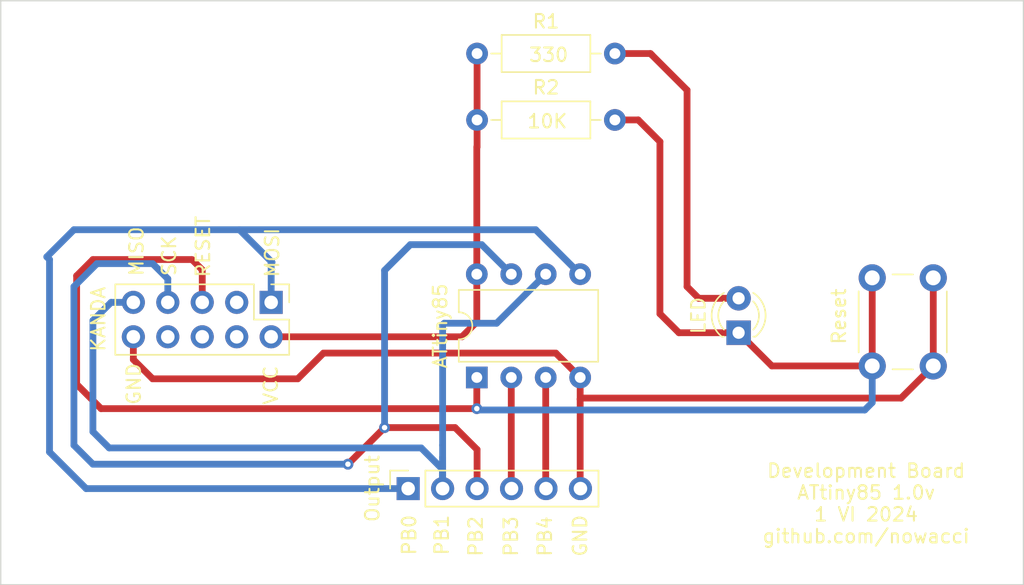
<source format=kicad_pcb>
(kicad_pcb (version 20221018) (generator pcbnew)
  (layers (0 "F.Cu" signal) (31 "B.Cu" signal) (34 "B.Paste" user) (35 "F.Paste" user) (36 "B.SilkS" user "B.Silkscreen") (37 "F.SilkS" user "F.Silkscreen") (38 "B.Mask" user) (39 "F.Mask" user) (44 "Edge.Cuts" user))
  (net 0 "")
  (net 1 "Net-(D1-K)")
  (net 2 "Net-(D1-A)")
  (net 3 "Net-(J1-Pin_1)")
  (net 4 "Net-(J1-Pin_2)")
  (net 8 "Net-(J1-Pin_7)")
  (net 10 "Net-(J1-Pin_9)")
  (net 11 "Net-(J1-Pin_10)")
  (net 12 "Net-(J2-Pin_4)")
  (net 13 "Net-(J2-Pin_5)")
  (footprint "Connector_PinSocket_2.54mm:PinSocket_1x06_P2.54mm_Vertical" (layer "F.Cu") (at 156.44 86.9 90)
    (fp_text reference "J2")
    (fp_text value "Output" (at 0 -2.64 90) (layer "F.SilkS"))
    (fp_line (start -1.33 1.27) (end -1.33 14.03) (stroke (width 0.12)) (layer "F.SilkS"))
    (fp_line (start -1.33 1.27) (end 1.33 1.27) (stroke (width 0.12)) (layer "F.SilkS"))
    (fp_line (start -1.33 14.03) (end 1.33 14.03) (stroke (width 0.12)) (layer "F.SilkS"))
    (fp_line (start 0 -1.33) (end 1.33 -1.33) (stroke (width 0.12)) (layer "F.SilkS"))
    (fp_line (start 1.33 -1.33) (end 1.33 0) (stroke (width 0.12)) (layer "F.SilkS"))
    (fp_line (start 1.33 1.27) (end 1.33 14.03) (stroke (width 0.12)) (layer "F.SilkS"))
    (pad "1" thru_hole rect (at 0 0 90) (size 1.7 1.7) (drill 1) (layers "*.Cu" "*.Mask") (net 3 "Net-(J1-Pin_1)"))
    (pad "2" thru_hole oval (at 0 2.54 90) (size 1.7 1.7) (drill 1) (layers "*.Cu" "*.Mask") (net 10 "Net-(J1-Pin_9)"))
    (pad "3" thru_hole oval (at 0 5.08 90) (size 1.7 1.7) (drill 1) (layers "*.Cu" "*.Mask") (net 8 "Net-(J1-Pin_7)"))
    (pad "4" thru_hole oval (at 0 7.62 90) (size 1.7 1.7) (drill 1) (layers "*.Cu" "*.Mask") (net 12 "Net-(J2-Pin_4)"))
    (pad "5" thru_hole oval (at 0 10.16 90) (size 1.7 1.7) (drill 1) (layers "*.Cu" "*.Mask") (net 13 "Net-(J2-Pin_5)"))
    (pad "6" thru_hole oval (at 0 12.7 90) (size 1.7 1.7) (drill 1) (layers "*.Cu" "*.Mask") (net 11 "Net-(J1-Pin_10)"))
  )
  (footprint "Resistor_THT:R_Axial_DIN0207_L6.3mm_D2.5mm_P10.16mm_Horizontal" (layer "F.Cu") (at 161.52 59.7)
    (fp_text reference "R2" (at 5.08 -2.4) (layer "F.SilkS"))
    (fp_text value "10K" (at 5.18 0.1) (layer "F.SilkS"))
    (fp_line (start 1.04 0) (end 1.81 0) (stroke (width 0.12)) (layer "F.SilkS"))
    (fp_line (start 1.81 -1.37) (end 1.81 1.37) (stroke (width 0.12)) (layer "F.SilkS"))
    (fp_line (start 1.81 1.37) (end 8.35 1.37) (stroke (width 0.12)) (layer "F.SilkS"))
    (fp_line (start 8.35 -1.37) (end 1.81 -1.37) (stroke (width 0.12)) (layer "F.SilkS"))
    (fp_line (start 8.35 1.37) (end 8.35 -1.37) (stroke (width 0.12)) (layer "F.SilkS"))
    (fp_line (start 9.12 0) (end 8.35 0) (stroke (width 0.12)) (layer "F.SilkS"))
    (pad "1" thru_hole circle (at 0 0) (size 1.6 1.6) (drill 0.8) (layers "*.Cu" "*.Mask") (net 4 "Net-(J1-Pin_2)"))
    (pad "2" thru_hole oval (at 10.16 0) (size 1.6 1.6) (drill 0.8) (layers "*.Cu" "*.Mask") (net 1 "Net-(D1-K)"))
  )
  (footprint "Resistor_THT:R_Axial_DIN0207_L6.3mm_D2.5mm_P10.16mm_Horizontal" (layer "F.Cu") (at 161.52 54.8)
    (fp_text reference "R1" (at 5.08 -2.37) (layer "F.SilkS"))
    (fp_text value "330" (at 5.28 0.1) (layer "F.SilkS"))
    (fp_line (start 1.04 0) (end 1.81 0) (stroke (width 0.12)) (layer "F.SilkS"))
    (fp_line (start 1.81 -1.37) (end 1.81 1.37) (stroke (width 0.12)) (layer "F.SilkS"))
    (fp_line (start 1.81 1.37) (end 8.35 1.37) (stroke (width 0.12)) (layer "F.SilkS"))
    (fp_line (start 8.35 -1.37) (end 1.81 -1.37) (stroke (width 0.12)) (layer "F.SilkS"))
    (fp_line (start 8.35 1.37) (end 8.35 -1.37) (stroke (width 0.12)) (layer "F.SilkS"))
    (fp_line (start 9.12 0) (end 8.35 0) (stroke (width 0.12)) (layer "F.SilkS"))
    (pad "1" thru_hole circle (at 0 0) (size 1.6 1.6) (drill 0.8) (layers "*.Cu" "*.Mask") (net 4 "Net-(J1-Pin_2)"))
    (pad "2" thru_hole oval (at 10.16 0) (size 1.6 1.6) (drill 0.8) (layers "*.Cu" "*.Mask") (net 2 "Net-(D1-A)"))
  )
  (footprint "Connector_PinHeader_2.54mm:PinHeader_2x05_P2.54mm_Vertical" (layer "F.Cu") (at 146.34 73.16 -90)
    (fp_text reference "J1")
    (fp_text value "KANDA" (at 1.24 12.74 90) (layer "F.SilkS"))
    (fp_line (start -1.33 -1.33) (end 0 -1.33) (stroke (width 0.12)) (layer "F.SilkS"))
    (fp_line (start -1.33 0) (end -1.33 -1.33) (stroke (width 0.12)) (layer "F.SilkS"))
    (fp_line (start -1.33 1.27) (end -1.33 11.49) (stroke (width 0.12)) (layer "F.SilkS"))
    (fp_line (start -1.33 1.27) (end 1.27 1.27) (stroke (width 0.12)) (layer "F.SilkS"))
    (fp_line (start -1.33 11.49) (end 3.87 11.49) (stroke (width 0.12)) (layer "F.SilkS"))
    (fp_line (start 1.27 -1.33) (end 3.87 -1.33) (stroke (width 0.12)) (layer "F.SilkS"))
    (fp_line (start 1.27 1.27) (end 1.27 -1.33) (stroke (width 0.12)) (layer "F.SilkS"))
    (fp_line (start 3.87 -1.33) (end 3.87 11.49) (stroke (width 0.12)) (layer "F.SilkS"))
    (pad "1" thru_hole rect (at 0 0 270) (size 1.7 1.7) (drill 1) (layers "*.Cu" "*.Mask") (net 3 "Net-(J1-Pin_1)"))
    (pad "2" thru_hole oval (at 2.54 0 270) (size 1.7 1.7) (drill 1) (layers "*.Cu" "*.Mask") (net 4 "Net-(J1-Pin_2)"))
    (pad "3" thru_hole oval (at 0 2.54 270) (size 1.7 1.7) (drill 1) (layers "*.Cu" "*.Mask"))
    (pad "4" thru_hole oval (at 2.54 2.54 270) (size 1.7 1.7) (drill 1) (layers "*.Cu" "*.Mask"))
    (pad "5" thru_hole oval (at 0 5.08 270) (size 1.7 1.7) (drill 1) (layers "*.Cu" "*.Mask") (net 1 "Net-(D1-K)"))
    (pad "6" thru_hole oval (at 2.54 5.08 270) (size 1.7 1.7) (drill 1) (layers "*.Cu" "*.Mask"))
    (pad "7" thru_hole oval (at 0 7.62 270) (size 1.7 1.7) (drill 1) (layers "*.Cu" "*.Mask") (net 8 "Net-(J1-Pin_7)"))
    (pad "8" thru_hole oval (at 2.54 7.62 270) (size 1.7 1.7) (drill 1) (layers "*.Cu" "*.Mask"))
    (pad "9" thru_hole oval (at 0 10.16 270) (size 1.7 1.7) (drill 1) (layers "*.Cu" "*.Mask") (net 10 "Net-(J1-Pin_9)"))
    (pad "10" thru_hole oval (at 2.54 10.16 270) (size 1.7 1.7) (drill 1) (layers "*.Cu" "*.Mask") (net 11 "Net-(J1-Pin_10)"))
  )
  (footprint "Button_Switch_THT:SW_PUSH_6mm_H4.3mm" (layer "F.Cu") (at 195.15 71.35 -90)
    (fp_text reference "Reset" (at 2.85 6.95 90) (layer "F.SilkS"))
    (fp_text value "RESET")
    (fp_line (start -0.25 1.5) (end -0.25 3) (stroke (width 0.12)) (layer "F.SilkS"))
    (fp_line (start 1 5.5) (end 5.5 5.5) (stroke (width 0.12)) (layer "F.SilkS"))
    (fp_line (start 5.5 -1) (end 1 -1) (stroke (width 0.12)) (layer "F.SilkS"))
    (fp_line (start 6.75 3) (end 6.75 1.5) (stroke (width 0.12)) (layer "F.SilkS"))
    (pad "1" thru_hole circle (at 0 0) (size 2 2) (drill 1.1) (layers "*.Cu" "*.Mask") (net 11 "Net-(J1-Pin_10)"))
    (pad "1" thru_hole circle (at 6.5 0) (size 2 2) (drill 1.1) (layers "*.Cu" "*.Mask") (net 11 "Net-(J1-Pin_10)"))
    (pad "2" thru_hole circle (at 0 4.5) (size 2 2) (drill 1.1) (layers "*.Cu" "*.Mask") (net 1 "Net-(D1-K)"))
    (pad "2" thru_hole circle (at 6.5 4.5) (size 2 2) (drill 1.1) (layers "*.Cu" "*.Mask") (net 1 "Net-(D1-K)"))
  )
  (footprint "Package_DIP:DIP-8_W7.62mm" (layer "F.Cu") (at 161.5 78.7 90)
    (fp_text reference "U1")
    (fp_text value "ATtiny85" (at 3.8 -2.7 90) (layer "F.SilkS"))
    (fp_line (start 1.16 -1.33) (end 1.16 8.95) (stroke (width 0.12)) (layer "F.SilkS"))
    (fp_line (start 1.16 8.95) (end 6.46 8.95) (stroke (width 0.12)) (layer "F.SilkS"))
    (fp_line (start 2.81 -1.33) (end 1.16 -1.33) (stroke (width 0.12)) (layer "F.SilkS"))
    (fp_line (start 6.46 -1.33) (end 4.81 -1.33) (stroke (width 0.12)) (layer "F.SilkS"))
    (fp_line (start 6.46 8.95) (end 6.46 -1.33) (stroke (width 0.12)) (layer "F.SilkS"))
    (fp_arc (start 4.81 -1.33) (mid 3.81 -0.33) (end 2.81 -1.33) (stroke (width 0.12)) (layer "F.SilkS"))
    (pad "1" thru_hole rect (at 0 0 90) (size 1.6 1.6) (drill 0.8) (layers "*.Cu" "*.Mask") (net 1 "Net-(D1-K)"))
    (pad "2" thru_hole oval (at 0 2.54 90) (size 1.6 1.6) (drill 0.8) (layers "*.Cu" "*.Mask") (net 12 "Net-(J2-Pin_4)"))
    (pad "3" thru_hole oval (at 0 5.08 90) (size 1.6 1.6) (drill 0.8) (layers "*.Cu" "*.Mask") (net 13 "Net-(J2-Pin_5)"))
    (pad "4" thru_hole oval (at 0 7.62 90) (size 1.6 1.6) (drill 0.8) (layers "*.Cu" "*.Mask") (net 11 "Net-(J1-Pin_10)"))
    (pad "5" thru_hole oval (at 7.62 7.62 90) (size 1.6 1.6) (drill 0.8) (layers "*.Cu" "*.Mask") (net 3 "Net-(J1-Pin_1)"))
    (pad "6" thru_hole oval (at 7.62 5.08 90) (size 1.6 1.6) (drill 0.8) (layers "*.Cu" "*.Mask") (net 10 "Net-(J1-Pin_9)"))
    (pad "7" thru_hole oval (at 7.62 2.54 90) (size 1.6 1.6) (drill 0.8) (layers "*.Cu" "*.Mask") (net 8 "Net-(J1-Pin_7)"))
    (pad "8" thru_hole oval (at 7.62 0 90) (size 1.6 1.6) (drill 0.8) (layers "*.Cu" "*.Mask") (net 4 "Net-(J1-Pin_2)"))
  )
  (footprint "LED_THT:LED_D3.0mm" (layer "F.Cu") (at 180.8 75.4 90)
    (fp_text reference "LED" (at 1.27 -2.96 90) (layer "F.SilkS"))
    (fp_text value "LED")
    (fp_line (start -0.29 -1.236) (end -0.29 -1.08) (stroke (width 0.12)) (layer "F.SilkS"))
    (fp_line (start -0.29 1.08) (end -0.29 1.236) (stroke (width 0.12)) (layer "F.SilkS"))
    (fp_arc (start -0.29 -1.235516) (mid 1.366487 -1.987659) (end 2.942335 -1.078608) (stroke (width 0.12)) (layer "F.SilkS"))
    (fp_arc (start 0.229039 -1.08) (mid 1.270117 -1.5) (end 2.31113 -1.079837) (stroke (width 0.12)) (layer "F.SilkS"))
    (fp_arc (start 2.31113 1.079837) (mid 1.270117 1.5) (end 0.229039 1.08) (stroke (width 0.12)) (layer "F.SilkS"))
    (fp_arc (start 2.942335 1.078608) (mid 1.366487 1.987659) (end -0.29 1.235516) (stroke (width 0.12)) (layer "F.SilkS"))
    (pad "1" thru_hole rect (at 0 0 90) (size 1.8 1.8) (drill 0.9) (layers "*.Cu" "*.Mask") (net 1 "Net-(D1-K)"))
    (pad "2" thru_hole circle (at 2.54 0 90) (size 1.8 1.8) (drill 0.9) (layers "*.Cu" "*.Mask") (net 2 "Net-(D1-A)"))
  )
  (gr_rect (start 126.4 50.9) (end 201.8 94) (stroke (width 0.1)) (fill none) (layer "Edge.Cuts"))
  (gr_text "GND\n" (at 136.8 80.8 90) (layer "F.SilkS") (effects (font (size 1 1)) (justify left bottom)))
  (gr_text "MOSI\n" (at 147 71.4 90) (layer "F.SilkS") (effects (font (size 1 1)) (justify left bottom)))
  (gr_text "PB0 " (at 157.1 91.9 90) (layer "F.SilkS") (effects (font (size 1 1)) (justify left bottom)))
  (gr_text "SCK" (at 139.4 71.3 90) (layer "F.SilkS") (effects (font (size 1 1)) (justify left bottom)))
  (gr_text "PB4" (at 167.1 92 90) (layer "F.SilkS") (effects (font (size 1 1)) (justify left bottom)))
  (gr_text "VCC" (at 146.9 80.8 90) (layer "F.SilkS") (effects (font (size 1 1)) (justify left bottom)))
  (gr_text "PB3 " (at 164.6 92 90) (layer "F.SilkS") (effects (font (size 1 1)) (justify left bottom)))
  (gr_text "MISO" (at 137 71.3 90) (layer "F.SilkS") (effects (font (size 1 1)) (justify left bottom)))
  (gr_text "Development Board\nATtiny85 1.0v\n1 VI 2024\ngithub.com/nowacci" (at 190.2 91) (layer "F.SilkS") (effects (font (size 1 1)) (justify bottom)))
  (gr_text "GND\n" (at 169.7 92 90) (layer "F.SilkS") (effects (font (size 1 1)) (justify left bottom)))
  (gr_text "PB1" (at 159.5 91.9 90) (layer "F.SilkS") (effects (font (size 1 1)) (justify left bottom)))
  (gr_text "RESET" (at 141.9 71.4 90) (layer "F.SilkS") (effects (font (size 1 1)) (justify left bottom)))
  (gr_text "PB2 " (at 162 92 90) (layer "F.SilkS") (effects (font (size 1 1)) (justify left bottom)))
  (segment (start 140.5 70) (end 141.26 70.76) (width 0.5) (layer "F.Cu") (net 1))
  (segment (start 183.25 77.85) (end 180.8 75.4) (width 0.5) (layer "F.Cu") (net 1))
  (segment (start 133.2 70) (end 140.5 70) (width 0.5) (layer "F.Cu") (net 1))
  (segment (start 176.4 75.4) (end 175 74) (width 0.5) (layer "F.Cu") (net 1))
  (segment (start 141.26 70.76) (end 141.26 73.16) (width 0.5) (layer "F.Cu") (net 1))
  (segment (start 132 79.2) (end 132 71.2) (width 0.5) (layer "F.Cu") (net 1))
  (segment (start 133.8 81) (end 132 79.2) (width 0.5) (layer "F.Cu") (net 1))
  (segment (start 161.5 78.7) (end 161.5 81) (width 0.5) (layer "F.Cu") (net 1))
  (segment (start 173.4 59.7) (end 171.68 59.7) (width 0.5) (layer "F.Cu") (net 1))
  (segment (start 175 61.3) (end 173.4 59.7) (width 0.5) (layer "F.Cu") (net 1))
  (segment (start 175 74) (end 175 61.3) (width 0.5) (layer "F.Cu") (net 1))
  (segment (start 190.65 71.35) (end 190.65 77.85) (width 0.5) (layer "F.Cu") (net 1))
  (segment (start 190.65 77.85) (end 183.25 77.85) (width 0.5) (layer "F.Cu") (net 1))
  (segment (start 180.8 75.4) (end 176.4 75.4) (width 0.5) (layer "F.Cu") (net 1))
  (segment (start 161.5 81) (end 133.8 81) (width 0.5) (layer "F.Cu") (net 1))
  (segment (start 132 71.2) (end 133.2 70) (width 0.5) (layer "F.Cu") (net 1))
  (via (at 161.5 81) (size 0.8) (drill 0.4) (layers "F.Cu" "B.Cu") (net 1))
  (segment (start 161.5 81) (end 161.6 81.1) (width 0.5) (layer "B.Cu") (net 1))
  (segment (start 161.6 81.1) (end 190.1 81.1) (width 0.5) (layer "B.Cu") (net 1))
  (segment (start 190.1 81.1) (end 190.65 80.55) (width 0.5) (layer "B.Cu") (net 1))
  (segment (start 190.65 80.55) (end 190.65 77.85) (width 0.5) (layer "B.Cu") (net 1))
  (segment (start 180.8 72.86) (end 177.86 72.86) (width 0.5) (layer "F.Cu") (net 2))
  (segment (start 171.68 54.8) (end 174.3 54.8) (width 0.5) (layer "F.Cu") (net 2))
  (segment (start 177 72) (end 177 57.5) (width 0.5) (layer "F.Cu") (net 2))
  (segment (start 177.86 72.86) (end 177 72) (width 0.5) (layer "F.Cu") (net 2))
  (segment (start 174.3 54.8) (end 174.4 54.9) (width 0.5) (layer "F.Cu") (net 2))
  (segment (start 177 57.5) (end 174.4 54.9) (width 0.5) (layer "F.Cu") (net 2))
  (segment (start 165.84 67.8) (end 144 67.8) (width 0.5) (layer "B.Cu") (net 3))
  (segment (start 146.34 70.26) (end 146.34 73.16) (width 0.5) (layer "B.Cu") (net 3))
  (segment (start 130 84.2) (end 130 70) (width 0.5) (layer "B.Cu") (net 3))
  (segment (start 156.44 86.9) (end 132.7 86.9) (width 0.5) (layer "B.Cu") (net 3))
  (segment (start 129.8 69.8) (end 131.8 67.8) (width 0.5) (layer "B.Cu") (net 3))
  (segment (start 144 67.8) (end 146.4 70.2) (width 0.5) (layer "B.Cu") (net 3))
  (segment (start 132.7 86.9) (end 130 84.2) (width 0.5) (layer "B.Cu") (net 3))
  (segment (start 146.4 70.2) (end 146.34 70.26) (width 0.5) (layer "B.Cu") (net 3))
  (segment (start 131.8 67.8) (end 144 67.8) (width 0.5) (layer "B.Cu") (net 3))
  (segment (start 130 70) (end 129.8 69.8) (width 0.5) (layer "B.Cu") (net 3))
  (segment (start 169.12 71.08) (end 165.84 67.8) (width 0.5) (layer "B.Cu") (net 3))
  (segment (start 161.52 61.68) (end 161.5 61.7) (width 0.5) (layer "F.Cu") (net 4))
  (segment (start 161.52 54.8) (end 161.52 59.7) (width 0.5) (layer "F.Cu") (net 4))
  (segment (start 161.5 74.6) (end 161.5 71.08) (width 0.5) (layer "F.Cu") (net 4))
  (segment (start 146.34 75.7) (end 160.4 75.7) (width 0.5) (layer "F.Cu") (net 4))
  (segment (start 160.4 75.7) (end 161.5 74.6) (width 0.5) (layer "F.Cu") (net 4))
  (segment (start 161.5 71.08) (end 161.5 61.7) (width 0.5) (layer "F.Cu") (net 4))
  (segment (start 161.52 59.7) (end 161.52 61.68) (width 0.5) (layer "F.Cu") (net 4))
  (segment (start 159.9 82.4) (end 154.7 82.4) (width 0.5) (layer "F.Cu") (net 8))
  (segment (start 154.7 82.4) (end 152 85.1) (width 0.5) (layer "F.Cu") (net 8))
  (segment (start 161.52 86.9) (end 161.52 84.02) (width 0.5) (layer "F.Cu") (net 8))
  (segment (start 161.52 84.02) (end 159.9 82.4) (width 0.5) (layer "F.Cu") (net 8))
  (via (at 152 85.1) (size 0.8) (drill 0.4) (layers "F.Cu" "B.Cu") (net 8))
  (via (at 154.7 82.4) (size 0.8) (drill 0.4) (layers "F.Cu" "B.Cu") (net 8))
  (segment (start 156.6 68.9) (end 154.7 70.8) (width 0.5) (layer "B.Cu") (net 8))
  (segment (start 133.2 85.1) (end 152 85.1) (width 0.5) (layer "B.Cu") (net 8))
  (segment (start 138.72 73.16) (end 138.72 71.42) (width 0.5) (layer "B.Cu") (net 8))
  (segment (start 138.72 71.42) (end 137.6 70.3) (width 0.5) (layer "B.Cu") (net 8))
  (segment (start 131.8 83.7) (end 133.2 85.1) (width 0.5) (layer "B.Cu") (net 8))
  (segment (start 154.7 70.8) (end 154.7 82.4) (width 0.5) (layer "B.Cu") (net 8))
  (segment (start 137.6 70.3) (end 133.5 70.3) (width 0.5) (layer "B.Cu") (net 8))
  (segment (start 131.8 72) (end 131.8 83.7) (width 0.5) (layer "B.Cu") (net 8))
  (segment (start 133.5 70.3) (end 131.8 72) (width 0.5) (layer "B.Cu") (net 8))
  (segment (start 161.86 68.9) (end 156.6 68.9) (width 0.5) (layer "B.Cu") (net 8))
  (segment (start 164.04 71.08) (end 161.86 68.9) (width 0.5) (layer "B.Cu") (net 8))
  (segment (start 158.98 86.9) (end 158.98 85.28) (width 0.5) (layer "B.Cu") (net 10))
  (segment (start 134.54 73.16) (end 133.2 74.5) (width 0.5) (layer "B.Cu") (net 10))
  (segment (start 158.98 85.3) (end 158.98 86.9) (width 0.5) (layer "B.Cu") (net 10))
  (segment (start 133.2 82.7) (end 134.4 83.9) (width 0.5) (layer "B.Cu") (net 10))
  (segment (start 136.18 73.16) (end 134.54 73.16) (width 0.5) (layer "B.Cu") (net 10))
  (segment (start 158.98 85.28) (end 158.98 85.3) (width 0.5) (layer "B.Cu") (net 10))
  (segment (start 158.98 86.9) (end 158.98 84.58) (width 0.5) (layer "B.Cu") (net 10))
  (segment (start 158.98 74.82) (end 158.98 83.7) (width 0.5) (layer "B.Cu") (net 10))
  (segment (start 158.98 85.48) (end 158.98 86.9) (width 0.5) (layer "B.Cu") (net 10))
  (segment (start 157.4 83.9) (end 158.98 85.48) (width 0.5) (layer "B.Cu") (net 10))
  (segment (start 166.58 71.08) (end 162.96 74.7) (width 0.5) (layer "B.Cu") (net 10))
  (segment (start 159.1 74.7) (end 158.98 74.82) (width 0.5) (layer "B.Cu") (net 10))
  (segment (start 133.2 74.5) (end 133.2 82.7) (width 0.5) (layer "B.Cu") (net 10))
  (segment (start 134.4 83.9) (end 157.4 83.9) (width 0.5) (layer "B.Cu") (net 10))
  (segment (start 162.96 74.7) (end 159.1 74.7) (width 0.5) (layer "B.Cu") (net 10))
  (segment (start 158.98 85.08) (end 158.98 85.3) (width 0.5) (layer "B.Cu") (net 10))
  (segment (start 158.98 83.7) (end 158.98 85.3) (width 0.5) (layer "B.Cu") (net 10))
  (segment (start 137.6 78.8) (end 136.18 77.38) (width 0.5) (layer "F.Cu") (net 11))
  (segment (start 148.3 78.8) (end 137.6 78.8) (width 0.5) (layer "F.Cu") (net 11))
  (segment (start 169.2 80.22) (end 169.12 80.3) (width 0.5) (layer "F.Cu") (net 11))
  (segment (start 195.15 77.85) (end 192.78 80.22) (width 0.5) (layer "F.Cu") (net 11))
  (segment (start 136.18 77.38) (end 136.18 75.7) (width 0.5) (layer "F.Cu") (net 11))
  (segment (start 169.12 78.7) (end 169.12 80.3) (width 0.5) (layer "F.Cu") (net 11))
  (segment (start 195.15 71.35) (end 195.15 77.85) (width 0.5) (layer "F.Cu") (net 11))
  (segment (start 169.12 80.3) (end 169.12 86.88) (width 0.5) (layer "F.Cu") (net 11))
  (segment (start 192.78 80.22) (end 169.2 80.22) (width 0.5) (layer "F.Cu") (net 11))
  (segment (start 167.32 76.9) (end 150.2 76.9) (width 0.5) (layer "F.Cu") (net 11))
  (segment (start 150.2 76.9) (end 148.3 78.8) (width 0.5) (layer "F.Cu") (net 11))
  (segment (start 169.12 86.88) (end 169.14 86.9) (width 0.5) (layer "F.Cu") (net 11))
  (segment (start 169.12 78.7) (end 167.32 76.9) (width 0.5) (layer "F.Cu") (net 11))
  (segment (start 164.04 78.7) (end 164.04 86.88) (width 0.5) (layer "F.Cu") (net 12))
  (segment (start 164.04 86.88) (end 164.06 86.9) (width 0.5) (layer "F.Cu") (net 12))
  (segment (start 166.58 78.7) (end 166.58 86.88) (width 0.5) (layer "F.Cu") (net 13))
  (segment (start 166.58 86.88) (end 166.6 86.9) (width 0.5) (layer "F.Cu") (net 13))
)
</source>
